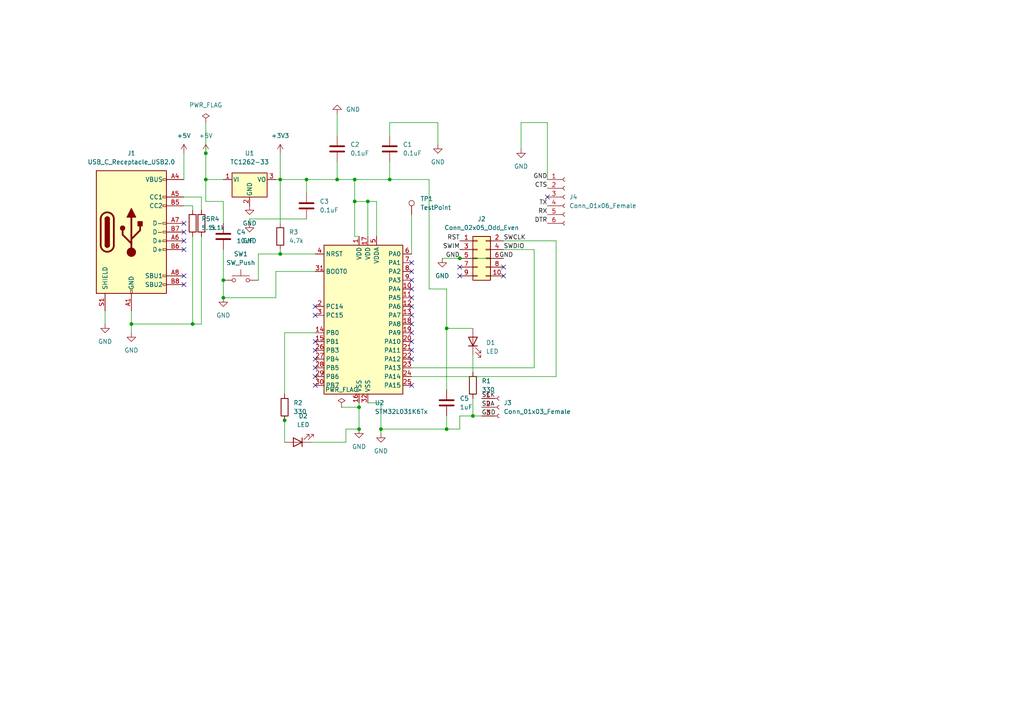
<source format=kicad_sch>
(kicad_sch (version 20211123) (generator eeschema)
  (paper "A4")
  (lib_symbols
    (symbol "Connector:Conn_01x03_Female" (pin_names (offset 1.016) hide)
      (property "Reference" "J" (at 0 5.08 0))
      (property "Value" "Conn_01x03_Female" (at 0 -5.08 0))
      (symbol "Conn_01x03_Female_1_1"
        (arc (start 0 -2.032) (mid -0.508 -2.54) (end 0 -3.048) (stroke (width 0.1524)))
        (polyline (pts (xy -1.27 -2.54) (xy -0.508 -2.54)) (stroke (width 0.1524)))
        (polyline (pts (xy -1.27 0) (xy -0.508 0)) (stroke (width 0.1524)))
        (polyline (pts (xy -1.27 2.54) (xy -0.508 2.54)) (stroke (width 0.1524)))
        (arc (start 0 0.508) (mid -0.508 0) (end 0 -0.508) (stroke (width 0.1524)))
        (arc (start 0 3.048) (mid -0.508 2.54) (end 0 2.032) (stroke (width 0.1524)))
        (pin passive line (at -5.08 2.54 0) (length 3.81) (name "Pin_1") (number "1"))
        (pin passive line (at -5.08 0 0) (length 3.81) (name "Pin_2") (number "2"))
        (pin passive line (at -5.08 -2.54 0) (length 3.81) (name "Pin_3") (number "3"))
      )
    )
    (symbol "Connector:Conn_01x06_Female" (pin_names (offset 1.016) hide)
      (property "Reference" "J" (at 0 7.62 0))
      (property "Value" "Conn_01x06_Female" (at 0 -10.16 0))
      (symbol "Conn_01x06_Female_1_1"
        (arc (start 0 -7.112) (mid -0.508 -7.62) (end 0 -8.128) (stroke (width 0.1524)))
        (arc (start 0 -4.572) (mid -0.508 -5.08) (end 0 -5.588) (stroke (width 0.1524)))
        (arc (start 0 -2.032) (mid -0.508 -2.54) (end 0 -3.048) (stroke (width 0.1524)))
        (polyline (pts (xy -1.27 -7.62) (xy -0.508 -7.62)) (stroke (width 0.1524)))
        (polyline (pts (xy -1.27 -5.08) (xy -0.508 -5.08)) (stroke (width 0.1524)))
        (polyline (pts (xy -1.27 -2.54) (xy -0.508 -2.54)) (stroke (width 0.1524)))
        (polyline (pts (xy -1.27 0) (xy -0.508 0)) (stroke (width 0.1524)))
        (polyline (pts (xy -1.27 2.54) (xy -0.508 2.54)) (stroke (width 0.1524)))
        (polyline (pts (xy -1.27 5.08) (xy -0.508 5.08)) (stroke (width 0.1524)))
        (arc (start 0 0.508) (mid -0.508 0) (end 0 -0.508) (stroke (width 0.1524)))
        (arc (start 0 3.048) (mid -0.508 2.54) (end 0 2.032) (stroke (width 0.1524)))
        (arc (start 0 5.588) (mid -0.508 5.08) (end 0 4.572) (stroke (width 0.1524)))
        (pin passive line (at -5.08 5.08 0) (length 3.81) (name "Pin_1") (number "1"))
        (pin passive line (at -5.08 2.54 0) (length 3.81) (name "Pin_2") (number "2"))
        (pin passive line (at -5.08 0 0) (length 3.81) (name "Pin_3") (number "3"))
        (pin passive line (at -5.08 -2.54 0) (length 3.81) (name "Pin_4") (number "4"))
        (pin passive line (at -5.08 -5.08 0) (length 3.81) (name "Pin_5") (number "5"))
        (pin passive line (at -5.08 -7.62 0) (length 3.81) (name "Pin_6") (number "6"))
      )
    )
    (symbol "Connector:TestPoint" (pin_numbers hide) (pin_names (offset 0.762) hide)
      (property "Reference" "TP" (at 0 6.858 0))
      (property "Value" "TestPoint" (at 0 5.08 0))
      (symbol "TestPoint_0_1"
        (circle (center 0 3.302) (radius 0.762))
      )
      (symbol "TestPoint_1_1"
        (pin passive line (at 0 0 90) (length 2.54) (name "1") (number "1"))
      )
    )
    (symbol "Connector:USB_C_Receptacle_USB2.0" (pin_names (offset 1.016))
      (property "Reference" "J" (at -10.16 19.05 0))
      (property "Value" "USB_C_Receptacle_USB2.0" (at 19.05 19.05 0))
      (symbol "USB_C_Receptacle_USB2.0_0_0"
        (rectangle (start -0.254 -17.78) (end 0.254 -16.764))
        (rectangle (start 10.16 -14.986) (end 9.144 -15.494))
        (rectangle (start 10.16 -12.446) (end 9.144 -12.954))
        (rectangle (start 10.16 -4.826) (end 9.144 -5.334))
        (rectangle (start 10.16 -2.286) (end 9.144 -2.794))
        (rectangle (start 10.16 0.254) (end 9.144 -0.254))
        (rectangle (start 10.16 2.794) (end 9.144 2.286))
        (rectangle (start 10.16 7.874) (end 9.144 7.366))
        (rectangle (start 10.16 10.414) (end 9.144 9.906))
        (rectangle (start 10.16 15.494) (end 9.144 14.986))
      )
      (symbol "USB_C_Receptacle_USB2.0_0_1"
        (rectangle (start -10.16 17.78) (end 10.16 -17.78) (stroke (width 0.254)) (fill (type background)))
        (arc (start -8.89 -3.81) (mid -6.985 -5.715) (end -5.08 -3.81) (stroke (width 0.508)))
        (arc (start -7.62 -3.81) (mid -6.985 -4.445) (end -6.35 -3.81) (stroke (width 0.254)))
        (arc (start -7.62 -3.81) (mid -6.985 -4.445) (end -6.35 -3.81) (stroke (width 0.254)) (fill (type outline)))
        (rectangle (start -7.62 -3.81) (end -6.35 3.81) (stroke (width 0.254)) (fill (type outline)))
        (arc (start -6.35 3.81) (mid -6.985 4.445) (end -7.62 3.81) (stroke (width 0.254)))
        (arc (start -6.35 3.81) (mid -6.985 4.445) (end -7.62 3.81) (stroke (width 0.254)) (fill (type outline)))
        (arc (start -5.08 3.81) (mid -6.985 5.715) (end -8.89 3.81) (stroke (width 0.508)))
        (circle (center -2.54 1.143) (radius 0.635) (stroke (width 0.254)) (fill (type outline)))
        (circle (center 0 -5.842) (radius 1.27) (fill (type outline)))
        (polyline (pts (xy -8.89 -3.81) (xy -8.89 3.81)) (stroke (width 0.508)))
        (polyline (pts (xy -5.08 3.81) (xy -5.08 -3.81)) (stroke (width 0.508)))
        (polyline (pts (xy 0 -5.842) (xy 0 4.318)) (stroke (width 0.508)))
        (polyline (pts (xy 0 -3.302) (xy -2.54 -0.762) (xy -2.54 0.508)) (stroke (width 0.508)))
        (polyline (pts (xy 0 -2.032) (xy 2.54 0.508) (xy 2.54 1.778)) (stroke (width 0.508)))
        (polyline (pts (xy -1.27 4.318) (xy 0 6.858) (xy 1.27 4.318) (xy -1.27 4.318)) (stroke (width 0.254)) (fill (type outline)))
        (rectangle (start 1.905 1.778) (end 3.175 3.048) (stroke (width 0.254)) (fill (type outline)))
      )
      (symbol "USB_C_Receptacle_USB2.0_1_1"
        (pin passive line (at 0 -22.86 90) (length 5.08) (name "GND") (number "A1"))
        (pin passive line (at 0 -22.86 90) (length 5.08) hide (name "GND") (number "A12"))
        (pin passive line (at 15.24 15.24 180) (length 5.08) (name "VBUS") (number "A4"))
        (pin bidirectional line (at 15.24 10.16 180) (length 5.08) (name "CC1") (number "A5"))
        (pin bidirectional line (at 15.24 -2.54 180) (length 5.08) (name "D+") (number "A6"))
        (pin bidirectional line (at 15.24 2.54 180) (length 5.08) (name "D-") (number "A7"))
        (pin bidirectional line (at 15.24 -12.7 180) (length 5.08) (name "SBU1") (number "A8"))
        (pin passive line (at 15.24 15.24 180) (length 5.08) hide (name "VBUS") (number "A9"))
        (pin passive line (at 0 -22.86 90) (length 5.08) hide (name "GND") (number "B1"))
        (pin passive line (at 0 -22.86 90) (length 5.08) hide (name "GND") (number "B12"))
        (pin passive line (at 15.24 15.24 180) (length 5.08) hide (name "VBUS") (number "B4"))
        (pin bidirectional line (at 15.24 7.62 180) (length 5.08) (name "CC2") (number "B5"))
        (pin bidirectional line (at 15.24 -5.08 180) (length 5.08) (name "D+") (number "B6"))
        (pin bidirectional line (at 15.24 0 180) (length 5.08) (name "D-") (number "B7"))
        (pin bidirectional line (at 15.24 -15.24 180) (length 5.08) (name "SBU2") (number "B8"))
        (pin passive line (at 15.24 15.24 180) (length 5.08) hide (name "VBUS") (number "B9"))
        (pin passive line (at -7.62 -22.86 90) (length 5.08) (name "SHIELD") (number "S1"))
      )
    )
    (symbol "Connector_Generic:Conn_02x05_Odd_Even" (pin_names (offset 1.016) hide)
      (property "Reference" "J" (at 1.27 7.62 0))
      (property "Value" "Conn_02x05_Odd_Even" (at 1.27 -7.62 0))
      (symbol "Conn_02x05_Odd_Even_1_1"
        (rectangle (start -1.27 -4.953) (end 0 -5.207) (stroke (width 0.1524)))
        (rectangle (start -1.27 -2.413) (end 0 -2.667) (stroke (width 0.1524)))
        (rectangle (start -1.27 0.127) (end 0 -0.127) (stroke (width 0.1524)))
        (rectangle (start -1.27 2.667) (end 0 2.413) (stroke (width 0.1524)))
        (rectangle (start -1.27 5.207) (end 0 4.953) (stroke (width 0.1524)))
        (rectangle (start -1.27 6.35) (end 3.81 -6.35) (stroke (width 0.254)) (fill (type background)))
        (rectangle (start 3.81 -4.953) (end 2.54 -5.207) (stroke (width 0.1524)))
        (rectangle (start 3.81 -2.413) (end 2.54 -2.667) (stroke (width 0.1524)))
        (rectangle (start 3.81 0.127) (end 2.54 -0.127) (stroke (width 0.1524)))
        (rectangle (start 3.81 2.667) (end 2.54 2.413) (stroke (width 0.1524)))
        (rectangle (start 3.81 5.207) (end 2.54 4.953) (stroke (width 0.1524)))
        (pin passive line (at -5.08 5.08 0) (length 3.81) (name "Pin_1") (number "1"))
        (pin passive line (at 7.62 -5.08 180) (length 3.81) (name "Pin_10") (number "10"))
        (pin passive line (at 7.62 5.08 180) (length 3.81) (name "Pin_2") (number "2"))
        (pin passive line (at -5.08 2.54 0) (length 3.81) (name "Pin_3") (number "3"))
        (pin passive line (at 7.62 2.54 180) (length 3.81) (name "Pin_4") (number "4"))
        (pin passive line (at -5.08 0 0) (length 3.81) (name "Pin_5") (number "5"))
        (pin passive line (at 7.62 0 180) (length 3.81) (name "Pin_6") (number "6"))
        (pin passive line (at -5.08 -2.54 0) (length 3.81) (name "Pin_7") (number "7"))
        (pin passive line (at 7.62 -2.54 180) (length 3.81) (name "Pin_8") (number "8"))
        (pin passive line (at -5.08 -5.08 0) (length 3.81) (name "Pin_9") (number "9"))
      )
    )
    (symbol "Device:C" (pin_numbers hide) (pin_names (offset 0.254))
      (property "Reference" "C" (at 0.635 2.54 0))
      (property "Value" "C" (at 0.635 -2.54 0))
      (symbol "C_0_1"
        (polyline (pts (xy -2.032 -0.762) (xy 2.032 -0.762)) (stroke (width 0.508)))
        (polyline (pts (xy -2.032 0.762) (xy 2.032 0.762)) (stroke (width 0.508)))
      )
      (symbol "C_1_1"
        (pin passive line (at 0 3.81 270) (length 2.794) (name "~") (number "1"))
        (pin passive line (at 0 -3.81 90) (length 2.794) (name "~") (number "2"))
      )
    )
    (symbol "Device:LED" (pin_numbers hide) (pin_names (offset 1.016) hide)
      (property "Reference" "D" (at 0 2.54 0))
      (property "Value" "LED" (at 0 -2.54 0))
      (symbol "LED_0_1"
        (polyline (pts (xy -1.27 -1.27) (xy -1.27 1.27)) (stroke (width 0.254)))
        (polyline (pts (xy -1.27 0) (xy 1.27 0)))
        (polyline (pts (xy 1.27 -1.27) (xy 1.27 1.27) (xy -1.27 0) (xy 1.27 -1.27)) (stroke (width 0.254)))
        (polyline (pts (xy -3.048 -0.762) (xy -4.572 -2.286) (xy -3.81 -2.286) (xy -4.572 -2.286) (xy -4.572 -1.524)))
        (polyline (pts (xy -1.778 -0.762) (xy -3.302 -2.286) (xy -2.54 -2.286) (xy -3.302 -2.286) (xy -3.302 -1.524)))
      )
      (symbol "LED_1_1"
        (pin passive line (at -3.81 0 0) (length 2.54) (name "K") (number "1"))
        (pin passive line (at 3.81 0 180) (length 2.54) (name "A") (number "2"))
      )
    )
    (symbol "Device:R" (pin_numbers hide) (pin_names (offset 0))
      (property "Reference" "R" (at 2.032 0 90))
      (property "Value" "R" (at 0 0 90))
      (symbol "R_0_1"
        (rectangle (start -1.016 -2.54) (end 1.016 2.54) (stroke (width 0.254)))
      )
      (symbol "R_1_1"
        (pin passive line (at 0 3.81 270) (length 1.27) (name "~") (number "1"))
        (pin passive line (at 0 -3.81 90) (length 1.27) (name "~") (number "2"))
      )
    )
    (symbol "MCU_ST_STM32L0:STM32L031K6Tx"
      (property "Reference" "U" (at -12.7 21.59 0))
      (property "Value" "STM32L031K6Tx" (at 5.08 21.59 0))
      (symbol "STM32L031K6Tx_0_1"
        (rectangle (start -12.7 -22.86) (end 10.16 20.32) (stroke (width 0.254)) (fill (type background)))
      )
      (symbol "STM32L031K6Tx_1_1"
        (pin power_in line (at -2.54 22.86 270) (length 2.54) (name "VDD") (number "1"))
        (pin bidirectional line (at 12.7 7.62 180) (length 2.54) (name "PA4") (number "10"))
        (pin bidirectional line (at 12.7 5.08 180) (length 2.54) (name "PA5") (number "11"))
        (pin bidirectional line (at 12.7 2.54 180) (length 2.54) (name "PA6") (number "12"))
        (pin bidirectional line (at 12.7 0 180) (length 2.54) (name "PA7") (number "13"))
        (pin bidirectional line (at -15.24 -5.08 0) (length 2.54) (name "PB0") (number "14"))
        (pin bidirectional line (at -15.24 -7.62 0) (length 2.54) (name "PB1") (number "15"))
        (pin power_in line (at -2.54 -25.4 90) (length 2.54) (name "VSS") (number "16"))
        (pin power_in line (at 0 22.86 270) (length 2.54) (name "VDD") (number "17"))
        (pin bidirectional line (at 12.7 -2.54 180) (length 2.54) (name "PA8") (number "18"))
        (pin bidirectional line (at 12.7 -5.08 180) (length 2.54) (name "PA9") (number "19"))
        (pin bidirectional line (at -15.24 2.54 0) (length 2.54) (name "PC14") (number "2"))
        (pin bidirectional line (at 12.7 -7.62 180) (length 2.54) (name "PA10") (number "20"))
        (pin bidirectional line (at 12.7 -10.16 180) (length 2.54) (name "PA11") (number "21"))
        (pin bidirectional line (at 12.7 -12.7 180) (length 2.54) (name "PA12") (number "22"))
        (pin bidirectional line (at 12.7 -15.24 180) (length 2.54) (name "PA13") (number "23"))
        (pin bidirectional line (at 12.7 -17.78 180) (length 2.54) (name "PA14") (number "24"))
        (pin bidirectional line (at 12.7 -20.32 180) (length 2.54) (name "PA15") (number "25"))
        (pin bidirectional line (at -15.24 -10.16 0) (length 2.54) (name "PB3") (number "26"))
        (pin bidirectional line (at -15.24 -12.7 0) (length 2.54) (name "PB4") (number "27"))
        (pin bidirectional line (at -15.24 -15.24 0) (length 2.54) (name "PB5") (number "28"))
        (pin bidirectional line (at -15.24 -17.78 0) (length 2.54) (name "PB6") (number "29"))
        (pin bidirectional line (at -15.24 0 0) (length 2.54) (name "PC15") (number "3"))
        (pin bidirectional line (at -15.24 -20.32 0) (length 2.54) (name "PB7") (number "30"))
        (pin input line (at -15.24 12.7 0) (length 2.54) (name "BOOT0") (number "31"))
        (pin power_in line (at 0 -25.4 90) (length 2.54) (name "VSS") (number "32"))
        (pin input line (at -15.24 17.78 0) (length 2.54) (name "NRST") (number "4"))
        (pin power_in line (at 2.54 22.86 270) (length 2.54) (name "VDDA") (number "5"))
        (pin bidirectional line (at 12.7 17.78 180) (length 2.54) (name "PA0") (number "6"))
        (pin bidirectional line (at 12.7 15.24 180) (length 2.54) (name "PA1") (number "7"))
        (pin bidirectional line (at 12.7 12.7 180) (length 2.54) (name "PA2") (number "8"))
        (pin bidirectional line (at 12.7 10.16 180) (length 2.54) (name "PA3") (number "9"))
      )
    )
    (symbol "Regulator_Linear:TC1262-33" (pin_names (offset 0.254))
      (property "Reference" "U" (at -3.81 3.175 0))
      (property "Value" "TC1262-33" (at 0 3.175 0))
      (symbol "TC1262-33_1_1"
        (rectangle (start -5.08 1.905) (end 5.08 -5.08) (stroke (width 0.254)) (fill (type background)))
        (pin power_in line (at -7.62 0 0) (length 2.54) (name "VI") (number "1"))
        (pin power_in line (at 0 -7.62 90) (length 2.54) (name "GND") (number "2"))
        (pin power_out line (at 7.62 0 180) (length 2.54) (name "VO") (number "3"))
      )
    )
    (symbol "Switch:SW_Push" (pin_numbers hide) (pin_names (offset 1.016) hide)
      (property "Reference" "SW" (at 1.27 2.54 0))
      (property "Value" "SW_Push" (at 0 -1.524 0))
      (symbol "SW_Push_0_1"
        (circle (center -2.032 0) (radius 0.508))
        (polyline (pts (xy 0 1.27) (xy 0 3.048)))
        (polyline (pts (xy 2.54 1.27) (xy -2.54 1.27)))
        (circle (center 2.032 0) (radius 0.508))
        (pin passive line (at -5.08 0 0) (length 2.54) (name "1") (number "1"))
        (pin passive line (at 5.08 0 180) (length 2.54) (name "2") (number "2"))
      )
    )
    (symbol "power:+3.3V" (power) (pin_names (offset 0))
      (property "Value" "+3.3V" (at 0 3.556 0))
      (symbol "+3.3V_0_1"
        (polyline (pts (xy -0.762 1.27) (xy 0 2.54)))
        (polyline (pts (xy 0 0) (xy 0 2.54)))
        (polyline (pts (xy 0 2.54) (xy 0.762 1.27)))
      )
      (symbol "+3.3V_1_1"
        (pin power_in line (at 0 0 90) (length 0) hide (name "+3V3") (number "1"))
      )
    )
    (symbol "power:+5V" (power) (pin_names (offset 0))
      (property "Value" "+5V" (at 0 3.556 0))
      (symbol "+5V_0_1"
        (polyline (pts (xy -0.762 1.27) (xy 0 2.54)))
        (polyline (pts (xy 0 0) (xy 0 2.54)))
        (polyline (pts (xy 0 2.54) (xy 0.762 1.27)))
      )
      (symbol "+5V_1_1"
        (pin power_in line (at 0 0 90) (length 0) hide (name "+5V") (number "1"))
      )
    )
    (symbol "power:GND" (power) (pin_names (offset 0))
      (property "Value" "GND" (at 0 -3.81 0))
      (symbol "GND_0_1"
        (polyline (pts (xy 0 0) (xy 0 -1.27) (xy 1.27 -1.27) (xy 0 -2.54) (xy -1.27 -1.27) (xy 0 -1.27)))
      )
      (symbol "GND_1_1"
        (pin power_in line (at 0 0 270) (length 0) hide (name "GND") (number "1"))
      )
    )
    (symbol "power:PWR_FLAG" (power) (pin_numbers hide) (pin_names (offset 0) hide)
      (property "Value" "PWR_FLAG" (at 0 3.81 0))
      (symbol "PWR_FLAG_0_0"
        (pin power_out line (at 0 0 90) (length 0) (name "pwr") (number "1"))
      )
      (symbol "PWR_FLAG_0_1"
        (polyline (pts (xy 0 0) (xy 0 1.27) (xy -1.016 1.905) (xy 0 2.54) (xy 1.016 1.905) (xy 0 1.27)))
      )
    )
  )
  (junction (at 129.54 95.25))
  (junction (at 64.77 86.36))
  (junction (at 133.35 74.93))
  (junction (at 59.69 44.45))
  (junction (at 64.77 81.28))
  (junction (at 113.03 52.07))
  (junction (at 106.68 58.42))
  (junction (at 104.14 118.11))
  (junction (at 110.49 124.46))
  (junction (at 102.87 52.07))
  (junction (at 97.79 52.07))
  (junction (at 82.55 121.92))
  (junction (at 81.28 52.07))
  (junction (at 104.14 124.46))
  (junction (at 55.88 93.98))
  (junction (at 38.1 93.98))
  (junction (at 81.28 73.66))
  (junction (at 88.9 52.07))
  (junction (at 129.54 124.46))
  (junction (at 102.87 58.42))
  (junction (at 59.69 52.07))
  (junction (at 137.16 120.65))
  (no_connect (at 119.38 104.14))
  (no_connect (at 119.38 101.6))
  (no_connect (at 119.38 99.06))
  (no_connect (at 119.38 96.52))
  (no_connect (at 133.35 80.01))
  (no_connect (at 133.35 77.47))
  (no_connect (at 158.75 57.15))
  (no_connect (at 146.05 77.47))
  (no_connect (at 146.05 80.01))
  (no_connect (at 119.38 93.98))
  (no_connect (at 119.38 91.44))
  (no_connect (at 119.38 76.2))
  (no_connect (at 119.38 78.74))
  (no_connect (at 119.38 88.9))
  (no_connect (at 119.38 86.36))
  (no_connect (at 119.38 81.28))
  (no_connect (at 119.38 83.82))
  (no_connect (at 91.44 111.76))
  (no_connect (at 91.44 109.22))
  (no_connect (at 91.44 106.68))
  (no_connect (at 91.44 104.14))
  (no_connect (at 91.44 101.6))
  (no_connect (at 91.44 99.06))
  (no_connect (at 91.44 91.44))
  (no_connect (at 91.44 88.9))
  (no_connect (at 119.38 111.76))
  (no_connect (at 53.34 82.55))
  (no_connect (at 53.34 64.77))
  (no_connect (at 53.34 67.31))
  (no_connect (at 53.34 69.85))
  (no_connect (at 53.34 72.39))
  (no_connect (at 53.34 80.01))
  (wire (pts (xy 80.01 86.36) (xy 64.77 86.36)))
  (wire (pts (xy 88.9 52.07) (xy 97.79 52.07)))
  (wire (pts (xy 97.79 33.02) (xy 97.79 39.37)))
  (wire (pts (xy 64.77 64.77) (xy 64.77 58.42)))
  (wire (pts (xy 129.54 83.82) (xy 124.46 83.82)))
  (wire (pts (xy 97.79 52.07) (xy 102.87 52.07)))
  (wire (pts (xy 74.93 73.66) (xy 81.28 73.66)))
  (wire (pts (xy 81.28 44.45) (xy 81.28 52.07)))
  (wire (pts (xy 129.54 83.82) (xy 129.54 95.25)))
  (wire (pts (xy 81.28 52.07) (xy 88.9 52.07)))
  (wire (pts (xy 102.87 52.07) (xy 113.03 52.07)))
  (wire (pts (xy 90.17 128.27) (xy 100.33 128.27)))
  (wire (pts (xy 74.93 73.66) (xy 74.93 81.28)))
  (wire (pts (xy 80.01 52.07) (xy 81.28 52.07)))
  (wire (pts (xy 38.1 93.98) (xy 55.88 93.98)))
  (wire (pts (xy 91.44 78.74) (xy 80.01 78.74)))
  (wire (pts (xy 82.55 120.65) (xy 82.55 121.92)))
  (wire (pts (xy 102.87 68.58) (xy 104.14 68.58)))
  (wire (pts (xy 137.16 115.57) (xy 137.16 120.65)))
  (wire (pts (xy 72.39 63.5) (xy 72.39 64.77)))
  (wire (pts (xy 113.03 46.99) (xy 113.03 52.07)))
  (wire (pts (xy 59.69 44.45) (xy 59.69 52.07)))
  (wire (pts (xy 129.54 124.46) (xy 133.35 124.46)))
  (wire (pts (xy 129.54 120.65) (xy 129.54 124.46)))
  (wire (pts (xy 110.49 124.46) (xy 129.54 124.46)))
  (wire (pts (xy 146.05 72.39) (xy 154.94 72.39)))
  (wire (pts (xy 82.55 121.92) (xy 82.55 128.27)))
  (wire (pts (xy 53.34 44.45) (xy 53.34 52.07)))
  (wire (pts (xy 97.79 46.99) (xy 97.79 52.07)))
  (wire (pts (xy 133.35 74.93) (xy 146.05 74.93)))
  (wire (pts (xy 129.54 95.25) (xy 137.16 95.25)))
  (wire (pts (xy 59.69 52.07) (xy 64.77 52.07)))
  (wire (pts (xy 119.38 106.68) (xy 154.94 106.68)))
  (wire (pts (xy 58.42 68.58) (xy 58.42 93.98)))
  (wire (pts (xy 161.29 69.85) (xy 146.05 69.85)))
  (wire (pts (xy 30.48 90.17) (xy 30.48 93.98)))
  (wire (pts (xy 133.35 120.65) (xy 133.35 124.46)))
  (wire (pts (xy 38.1 90.17) (xy 38.1 93.98)))
  (wire (pts (xy 38.1 93.98) (xy 38.1 96.52)))
  (wire (pts (xy 81.28 73.66) (xy 91.44 73.66)))
  (wire (pts (xy 55.88 93.98) (xy 58.42 93.98)))
  (wire (pts (xy 91.44 96.52) (xy 82.55 96.52)))
  (wire (pts (xy 110.49 116.84) (xy 110.49 124.46)))
  (wire (pts (xy 106.68 58.42) (xy 102.87 58.42)))
  (wire (pts (xy 53.34 57.15) (xy 58.42 57.15)))
  (wire (pts (xy 81.28 72.39) (xy 81.28 73.66)))
  (wire (pts (xy 129.54 95.25) (xy 129.54 113.03)))
  (wire (pts (xy 158.75 35.56) (xy 158.75 52.07)))
  (wire (pts (xy 109.22 68.58) (xy 109.22 58.42)))
  (wire (pts (xy 137.16 102.87) (xy 137.16 107.95)))
  (wire (pts (xy 53.34 59.69) (xy 55.88 59.69)))
  (wire (pts (xy 124.46 83.82) (xy 124.46 52.07)))
  (wire (pts (xy 80.01 78.74) (xy 80.01 86.36)))
  (wire (pts (xy 109.22 58.42) (xy 106.68 58.42)))
  (wire (pts (xy 154.94 106.68) (xy 154.94 72.39)))
  (wire (pts (xy 55.88 59.69) (xy 55.88 60.96)))
  (wire (pts (xy 99.06 118.11) (xy 104.14 118.11)))
  (wire (pts (xy 151.13 35.56) (xy 151.13 43.18)))
  (wire (pts (xy 55.88 68.58) (xy 55.88 93.98)))
  (wire (pts (xy 113.03 35.56) (xy 127 35.56)))
  (wire (pts (xy 113.03 52.07) (xy 124.46 52.07)))
  (wire (pts (xy 81.28 52.07) (xy 81.28 64.77)))
  (wire (pts (xy 58.42 57.15) (xy 58.42 60.96)))
  (wire (pts (xy 88.9 52.07) (xy 88.9 55.88)))
  (wire (pts (xy 82.55 96.52) (xy 82.55 114.3)))
  (wire (pts (xy 106.68 68.58) (xy 106.68 58.42)))
  (wire (pts (xy 104.14 118.11) (xy 104.14 124.46)))
  (wire (pts (xy 106.68 116.84) (xy 110.49 116.84)))
  (wire (pts (xy 161.29 109.22) (xy 161.29 69.85)))
  (wire (pts (xy 64.77 58.42) (xy 59.69 58.42)))
  (wire (pts (xy 102.87 58.42) (xy 102.87 68.58)))
  (wire (pts (xy 113.03 35.56) (xy 113.03 39.37)))
  (wire (pts (xy 119.38 62.23) (xy 119.38 73.66)))
  (wire (pts (xy 127 35.56) (xy 127 41.91)))
  (wire (pts (xy 59.69 58.42) (xy 59.69 52.07)))
  (wire (pts (xy 137.16 120.65) (xy 133.35 120.65)))
  (wire (pts (xy 119.38 109.22) (xy 161.29 109.22)))
  (wire (pts (xy 128.27 74.93) (xy 133.35 74.93)))
  (wire (pts (xy 110.49 124.46) (xy 110.49 125.73)))
  (wire (pts (xy 64.77 81.28) (xy 64.77 86.36)))
  (wire (pts (xy 104.14 116.84) (xy 104.14 118.11)))
  (wire (pts (xy 102.87 52.07) (xy 102.87 58.42)))
  (wire (pts (xy 72.39 63.5) (xy 88.9 63.5)))
  (wire (pts (xy 100.33 124.46) (xy 104.14 124.46)))
  (wire (pts (xy 158.75 35.56) (xy 151.13 35.56)))
  (wire (pts (xy 64.77 72.39) (xy 64.77 81.28)))
  (wire (pts (xy 59.69 35.56) (xy 59.69 44.45)))
  (wire (pts (xy 139.7 120.65) (xy 137.16 120.65)))
  (wire (pts (xy 100.33 128.27) (xy 100.33 124.46)))
  (label "RST" (at 133.35 69.85 180))
  (label "RX" (at 158.75 62.23 180))
  (label "GND" (at 158.75 52.07 180))
  (label "SWIM" (at 133.35 72.39 180))
  (label "GND" (at 144.78 74.93 0))
  (label "SWDIO" (at 146.05 72.39 0))
  (label "SWCLK" (at 146.05 69.85 0))
  (label "TX" (at 158.75 59.69 180))
  (label "SDA" (at 139.7 118.11 0))
  (label "DTR" (at 158.75 64.77 180))
  (label "SCK" (at 139.7 115.57 0))
  (label "GND" (at 139.7 120.65 0))
  (label "CTS" (at 158.75 54.61 180))
  (label "GND" (at 133.35 74.93 180))
  (symbol (lib_id "Device:R") (at 81.28 68.58 0) (unit 1)
    (property "Reference" "R3" (at 83.82 67.3099 0) (effects (justify left)))
    (property "Value" "4.7k" (at 83.82 69.8499 0) (effects (justify left)))
    (property "Footprint" "Resistor_SMD:R_0805_2012Metric_Pad1.20x1.40mm_HandSolder" (effects hide))
  )
  (symbol (lib_id "Device:R") (at 58.42 64.77 0) (unit 1)
    (property "Reference" "R4" (at 60.96 63.4999 0) (effects (justify left)))
    (property "Value" "5.1k" (at 60.96 66.0399 0) (effects (justify left)))
    (property "Footprint" "Resistor_SMD:R_0805_2012Metric_Pad1.20x1.40mm_HandSolder" (effects hide))
  )
  (symbol (lib_id "Switch:SW_Push") (at 69.85 81.28 0) (unit 1)
    (property "Reference" "SW1" (at 69.85 73.66 0))
    (property "Value" "SW_Push" (at 69.85 76.2 0))
    (property "Footprint" "Button_Switch_THT:SW_PUSH_6mm_H4.3mm" (effects hide))
  )
  (symbol (lib_id "Device:R") (at 82.55 118.11 0) (unit 1)
    (property "Reference" "R2" (at 85.09 116.8399 0) (effects (justify left)))
    (property "Value" "330" (at 85.09 119.3799 0) (effects (justify left)))
    (property "Footprint" "Resistor_SMD:R_0805_2012Metric_Pad1.20x1.40mm_HandSolder" (effects hide))
  )
  (symbol (lib_id "power:GND") (at 128.27 74.93 0) (unit 1)
    (property "Reference" "#PWR08" (effects hide))
    (property "Value" "GND" (at 128.27 80.01 0))
  )
  (symbol (lib_id "Device:LED") (at 86.36 128.27 180) (unit 1)
    (property "Reference" "D2" (at 87.9475 120.65 0))
    (property "Value" "LED" (at 87.9475 123.19 0))
    (property "Footprint" "LED_SMD:LED_0805_2012Metric_Pad1.15x1.40mm_HandSolder" (effects hide))
  )
  (symbol (lib_id "Device:C") (at 64.77 68.58 0) (unit 1)
    (property "Reference" "C4" (at 68.58 67.3099 0) (effects (justify left)))
    (property "Value" "10uF" (at 68.58 69.8499 0) (effects (justify left)))
    (property "Footprint" "Capacitor_SMD:C_0805_2012Metric_Pad1.18x1.45mm_HandSolder" (effects hide))
  )
  (symbol (lib_id "power:GND") (at 72.39 64.77 0) (unit 1)
    (property "Reference" "#PWR04" (effects hide))
    (property "Value" "GND" (at 72.39 69.85 0))
  )
  (symbol (lib_id "power:GND") (at 30.48 93.98 0) (unit 1)
    (property "Reference" "#PWR?" (effects hide))
    (property "Value" "GND" (at 30.48 99.06 0))
  )
  (symbol (lib_id "Connector:Conn_01x06_Female") (at 163.83 57.15 0) (unit 1)
    (property "Reference" "J4" (at 165.1 57.1499 0) (effects (justify left)))
    (property "Value" "Conn_01x06_Female" (at 165.1 59.6899 0) (effects (justify left)))
    (property "Footprint" "Connector_PinHeader_2.54mm:PinHeader_1x06_P2.54mm_Vertical" (effects hide))
  )
  (symbol (lib_id "power:PWR_FLAG") (at 99.06 118.11 0) (unit 1)
    (property "Reference" "#FLG0102" (effects hide))
    (property "Value" "PWR_FLAG" (at 99.06 113.03 0))
  )
  (symbol (lib_id "Connector:USB_C_Receptacle_USB2.0") (at 38.1 67.31 0) (unit 1)
    (property "Reference" "J1" (at 38.1 44.45 0))
    (property "Value" "USB_C_Receptacle_USB2.0" (at 38.1 46.99 0))
    (property "Footprint" "Connector_USB:USB_C_Receptacle_GCT_USB4085" (effects hide))
    (property "Datasheet" "https://www.usb.org/sites/default/files/documents/usb_type-c.zip" (effects hide))
  )
  (symbol (lib_id "Device:R") (at 55.88 64.77 0) (unit 1)
    (property "Reference" "R5" (at 58.42 63.4999 0) (effects (justify left)))
    (property "Value" "5.1k" (at 58.42 66.0399 0) (effects (justify left)))
    (property "Footprint" "Resistor_SMD:R_0805_2012Metric_Pad1.20x1.40mm_HandSolder" (effects hide))
  )
  (symbol (lib_id "Device:C") (at 113.03 43.18 0) (unit 1)
    (property "Reference" "C1" (at 116.84 41.9099 0) (effects (justify left)))
    (property "Value" "0.1uF" (at 116.84 44.4499 0) (effects (justify left)))
    (property "Footprint" "Capacitor_SMD:C_0805_2012Metric_Pad1.18x1.45mm_HandSolder" (effects hide))
  )
  (symbol (lib_id "Connector:TestPoint") (at 119.38 62.23 0) (unit 1)
    (property "Reference" "TP1" (at 121.92 57.6579 0) (effects (justify left)))
    (property "Value" "TestPoint" (at 121.92 60.1979 0) (effects (justify left)))
    (property "Footprint" "TestPoint:TestPoint_Keystone_5010-5014_Multipurpose" (effects hide))
  )
  (symbol (lib_id "power:+5V") (at 53.34 44.45 0) (unit 1)
    (property "Reference" "#PWR0102" (effects hide))
    (property "Value" "+5V" (at 53.34 39.37 0))
  )
  (symbol (lib_id "Regulator_Linear:TC1262-33") (at 72.39 52.07 0) (unit 1)
    (property "Reference" "U1" (at 72.39 44.45 0))
    (property "Value" "TC1262-33" (at 72.39 46.99 0))
    (property "Footprint" "Package_TO_SOT_SMD:SOT-223-3_TabPin2" (effects hide))
    (property "Datasheet" "http://ww1.microchip.com/downloads/en/DeviceDoc/21373C.pdf" (effects hide))
  )
  (symbol (lib_id "power:GND") (at 104.14 124.46 0) (unit 1)
    (property "Reference" "#PWR07" (effects hide))
    (property "Value" "GND" (at 104.14 129.54 0))
  )
  (symbol (lib_id "MCU_ST_STM32L0:STM32L031K6Tx") (at 106.68 91.44 0) (unit 1)
    (property "Reference" "U2" (at 108.6994 116.84 0) (effects (justify left)))
    (property "Value" "STM32L031K6Tx" (at 108.6994 119.38 0) (effects (justify left)))
    (property "Footprint" "Package_QFP:LQFP-32_7x7mm_P0.8mm" (effects hide))
    (property "Datasheet" "http://www.st.com/st-web-ui/static/active/en/resource/technical/document/datasheet/DM00140359.pdf" (effects hide))
  )
  (symbol (lib_id "Device:C") (at 129.54 116.84 0) (unit 1)
    (property "Reference" "C5" (at 133.35 115.5699 0) (effects (justify left)))
    (property "Value" "1uF" (at 133.35 118.1099 0) (effects (justify left)))
    (property "Footprint" "Capacitor_SMD:C_0805_2012Metric_Pad1.18x1.45mm_HandSolder" (effects hide))
  )
  (symbol (lib_id "Device:C") (at 97.79 43.18 0) (unit 1)
    (property "Reference" "C2" (at 101.6 41.9099 0) (effects (justify left)))
    (property "Value" "0.1uF" (at 101.6 44.4499 0) (effects (justify left)))
    (property "Footprint" "Capacitor_SMD:C_0805_2012Metric_Pad1.18x1.45mm_HandSolder" (effects hide))
  )
  (symbol (lib_id "power:GND") (at 97.79 33.02 180) (unit 1)
    (property "Reference" "#PWR06" (effects hide))
    (property "Value" "GND" (at 100.33 31.7499 0) (effects (justify right)))
  )
  (symbol (lib_id "power:+3.3V") (at 81.28 44.45 0) (unit 1)
    (property "Reference" "#PWR0105" (effects hide))
    (property "Value" "+3.3V" (at 81.28 39.37 0))
  )
  (symbol (lib_id "power:GND") (at 72.39 59.69 0) (unit 1)
    (property "Reference" "#PWR0101" (effects hide))
    (property "Value" "GND" (at 72.39 64.77 0))
  )
  (symbol (lib_id "power:GND") (at 127 41.91 0) (unit 1)
    (property "Reference" "#PWR0109" (effects hide))
    (property "Value" "GND" (at 127 46.99 0))
  )
  (symbol (lib_id "power:GND") (at 64.77 86.36 0) (unit 1)
    (property "Reference" "#PWR03" (effects hide))
    (property "Value" "GND" (at 64.77 91.44 0))
  )
  (symbol (lib_id "power:GND") (at 151.13 43.18 0) (unit 1)
    (property "Reference" "#PWR0108" (effects hide))
    (property "Value" "GND" (at 151.13 48.26 0))
  )
  (symbol (lib_id "Device:R") (at 137.16 111.76 0) (unit 1)
    (property "Reference" "R1" (at 139.7 110.4899 0) (effects (justify left)))
    (property "Value" "330" (at 139.7 113.0299 0) (effects (justify left)))
    (property "Footprint" "Resistor_SMD:R_0805_2012Metric_Pad1.20x1.40mm_HandSolder" (effects hide))
  )
  (symbol (lib_id "Connector_Generic:Conn_02x05_Odd_Even") (at 138.43 74.93 0) (unit 1)
    (property "Reference" "J2" (at 139.7 63.5 0))
    (property "Value" "Conn_02x05_Odd_Even" (at 139.7 66.04 0))
    (property "Footprint" "Connector_PinHeader_2.54mm:PinHeader_2x05_P2.54mm_Vertical" (effects hide))
  )
  (symbol (lib_id "Connector:Conn_01x03_Female") (at 144.78 118.11 0) (unit 1)
    (property "Reference" "J3" (at 146.05 116.8399 0) (effects (justify left)))
    (property "Value" "Conn_01x03_Female" (at 146.05 119.3799 0) (effects (justify left)))
    (property "Footprint" "Connector_PinHeader_2.54mm:PinHeader_1x03_P2.54mm_Vertical" (effects hide))
  )
  (symbol (lib_id "power:+5V") (at 59.69 44.45 0) (unit 1)
    (property "Reference" "#PWR0104" (effects hide))
    (property "Value" "+5V" (at 59.69 39.37 0))
  )
  (symbol (lib_id "Device:C") (at 88.9 59.69 0) (unit 1)
    (property "Reference" "C3" (at 92.71 58.4199 0) (effects (justify left)))
    (property "Value" "0.1uF" (at 92.71 60.9599 0) (effects (justify left)))
    (property "Footprint" "Capacitor_SMD:C_0805_2012Metric_Pad1.18x1.45mm_HandSolder" (effects hide))
  )
  (symbol (lib_id "Device:LED") (at 137.16 99.06 90) (unit 1)
    (property "Reference" "D1" (at 140.97 99.3774 90) (effects (justify right)))
    (property "Value" "LED" (at 140.97 101.9174 90) (effects (justify right)))
    (property "Footprint" "LED_SMD:LED_0805_2012Metric_Pad1.15x1.40mm_HandSolder" (effects hide))
  )
  (symbol (lib_id "power:GND") (at 38.1 96.52 0) (unit 1)
    (property "Reference" "#PWR01" (effects hide))
    (property "Value" "GND" (at 38.1 101.6 0))
  )
  (symbol (lib_id "power:GND") (at 110.49 125.73 0) (unit 1)
    (property "Reference" "#PWR0103" (effects hide))
    (property "Value" "GND" (at 110.49 130.81 0))
  )
  (symbol (lib_id "power:PWR_FLAG") (at 59.69 35.56 0) (unit 1)
    (property "Reference" "#FLG0101" (effects hide))
    (property "Value" "PWR_FLAG" (at 59.69 30.48 0))
  )
)
</source>
